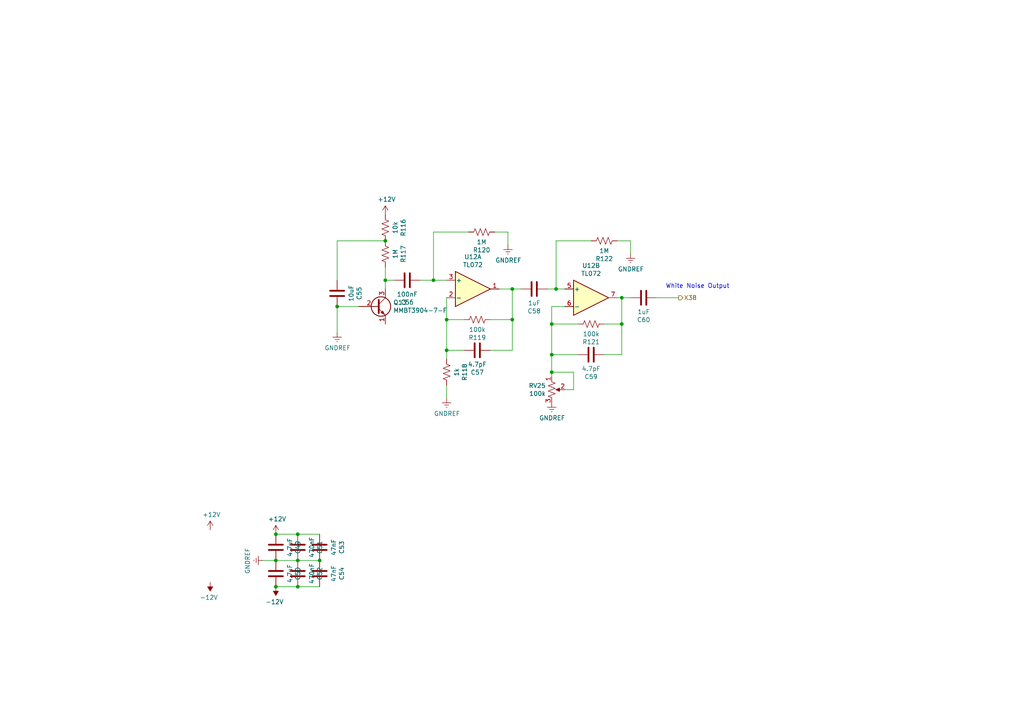
<source format=kicad_sch>
(kicad_sch (version 20230121) (generator eeschema)
  (paper "A4")
  (lib_symbols
    (symbol "Amplifier_Operational:TL072" (pin_names (offset 0.127))
      (property "Reference" "U" (at 0 5.08 0))
      (property "Value" "TL072" (at 0 -5.08 0))
      (symbol "TL072_1_1"
        (polyline (pts (xy -5.08 5.08) (xy 5.08 0) (xy -5.08 -5.08) (xy -5.08 5.08)) (stroke (width 0.254)) (fill (type background)))
        (pin output line (at 7.62 0 180) (length 2.54) (name "~") (number "1"))
        (pin input line (at -7.62 -2.54 0) (length 2.54) (name "-") (number "2"))
        (pin input line (at -7.62 2.54 0) (length 2.54) (name "+") (number "3"))
      )
      (symbol "TL072_2_1"
        (polyline (pts (xy -5.08 5.08) (xy 5.08 0) (xy -5.08 -5.08) (xy -5.08 5.08)) (stroke (width 0.254)) (fill (type background)))
        (pin input line (at -7.62 2.54 0) (length 2.54) (name "+") (number "5"))
        (pin input line (at -7.62 -2.54 0) (length 2.54) (name "-") (number "6"))
        (pin output line (at 7.62 0 180) (length 2.54) (name "~") (number "7"))
      )
      (symbol "TL072_3_1"
        (pin power_in line (at -2.54 -7.62 90) (length 3.81) (name "V-") (number "4"))
        (pin power_in line (at -2.54 7.62 270) (length 3.81) (name "V+") (number "8"))
      )
    )
    (symbol "Device:C" (pin_numbers hide) (pin_names (offset 0.254))
      (property "Reference" "C" (at 0.635 2.54 0))
      (property "Value" "C" (at 0.635 -2.54 0))
      (symbol "C_0_1"
        (polyline (pts (xy -2.032 -0.762) (xy 2.032 -0.762)) (stroke (width 0.508)))
        (polyline (pts (xy -2.032 0.762) (xy 2.032 0.762)) (stroke (width 0.508)))
      )
      (symbol "C_1_1"
        (pin passive line (at 0 3.81 270) (length 2.794) (name "~") (number "1"))
        (pin passive line (at 0 -3.81 90) (length 2.794) (name "~") (number "2"))
      )
    )
    (symbol "Device:R_US" (pin_numbers hide) (pin_names (offset 0))
      (property "Reference" "R" (at 2.54 0 90))
      (property "Value" "R_US" (at -2.54 0 90))
      (symbol "R_US_0_1"
        (polyline (pts (xy 0 -2.286) (xy 0 -2.54)))
        (polyline (pts (xy 0 2.286) (xy 0 2.54)))
        (polyline (pts (xy 0 -0.762) (xy 1.016 -1.143) (xy 0 -1.524) (xy -1.016 -1.905) (xy 0 -2.286)))
        (polyline (pts (xy 0 0.762) (xy 1.016 0.381) (xy 0 0) (xy -1.016 -0.381) (xy 0 -0.762)))
        (polyline (pts (xy 0 2.286) (xy 1.016 1.905) (xy 0 1.524) (xy -1.016 1.143) (xy 0 0.762)))
      )
      (symbol "R_US_1_1"
        (pin passive line (at 0 3.81 270) (length 1.27) (name "~") (number "1"))
        (pin passive line (at 0 -3.81 90) (length 1.27) (name "~") (number "2"))
      )
    )
    (symbol "SynthProj-rescue:R_POT_US-Device" (pin_names (offset 1.016) hide)
      (property "Reference" "RV" (at -4.445 0 90))
      (property "Value" "Device_R_POT_US" (at -2.54 0 90))
      (symbol "R_POT_US-Device_0_1"
        (polyline (pts (xy 0 -2.286) (xy 0 -2.54)))
        (polyline (pts (xy 0 2.54) (xy 0 2.286)))
        (polyline (pts (xy 2.54 0) (xy 1.524 0)))
        (polyline (pts (xy 1.143 0) (xy 2.286 0.508) (xy 2.286 -0.508) (xy 1.143 0)) (fill (type outline)))
        (polyline (pts (xy 0 -0.762) (xy 1.016 -1.143) (xy 0 -1.524) (xy -1.016 -1.905) (xy 0 -2.286)))
        (polyline (pts (xy 0 0.762) (xy 1.016 0.381) (xy 0 0) (xy -1.016 -0.381) (xy 0 -0.762)))
        (polyline (pts (xy 0 2.286) (xy 1.016 1.905) (xy 0 1.524) (xy -1.016 1.143) (xy 0 0.762)))
      )
      (symbol "R_POT_US-Device_1_1"
        (pin passive line (at 0 3.81 270) (length 1.27) (name "1") (number "1"))
        (pin passive line (at 3.81 0 180) (length 1.27) (name "2") (number "2"))
        (pin passive line (at 0 -3.81 90) (length 1.27) (name "3") (number "3"))
      )
    )
    (symbol "Transistor_BJT:2N3904" (pin_names (offset 0) hide)
      (property "Reference" "Q" (at 5.08 1.905 0))
      (property "Value" "2N3904" (at 5.08 0 0))
      (symbol "2N3904_0_1"
        (polyline (pts (xy 0.635 0.635) (xy 2.54 2.54)))
        (polyline (pts (xy 0.635 -0.635) (xy 2.54 -2.54) (xy 2.54 -2.54)))
        (polyline (pts (xy 0.635 1.905) (xy 0.635 -1.905) (xy 0.635 -1.905)) (stroke (width 0.508)))
        (polyline (pts (xy 1.27 -1.778) (xy 1.778 -1.27) (xy 2.286 -2.286) (xy 1.27 -1.778) (xy 1.27 -1.778)) (fill (type outline)))
        (circle (center 1.27 0) (radius 2.8194) (stroke (width 0.254)))
      )
      (symbol "2N3904_1_1"
        (pin passive line (at 2.54 -5.08 90) (length 2.54) (name "E") (number "1"))
        (pin passive line (at -5.08 0 0) (length 5.715) (name "B") (number "2"))
        (pin passive line (at 2.54 5.08 270) (length 2.54) (name "C") (number "3"))
      )
    )
    (symbol "power:+12V" (power) (pin_names (offset 0))
      (property "Value" "+12V" (at 0 3.556 0))
      (symbol "+12V_0_1"
        (polyline (pts (xy -0.762 1.27) (xy 0 2.54)))
        (polyline (pts (xy 0 0) (xy 0 2.54)))
        (polyline (pts (xy 0 2.54) (xy 0.762 1.27)))
      )
      (symbol "+12V_1_1"
        (pin power_in line (at 0 0 90) (length 0) hide (name "+12V") (number "1"))
      )
    )
    (symbol "power:-12V" (power) (pin_names (offset 0))
      (property "Value" "-12V" (at 0 3.81 0))
      (symbol "-12V_0_0"
        (pin power_in line (at 0 0 90) (length 0) hide (name "-12V") (number "1"))
      )
      (symbol "-12V_0_1"
        (polyline (pts (xy 0 0) (xy 0 1.27) (xy 0.762 1.27) (xy 0 2.54) (xy -0.762 1.27) (xy 0 1.27)) (fill (type outline)))
      )
    )
    (symbol "power:GNDREF" (power) (pin_names (offset 0))
      (property "Value" "GNDREF" (at 0 -3.81 0))
      (symbol "GNDREF_0_1"
        (polyline (pts (xy -0.635 -1.905) (xy 0.635 -1.905)))
        (polyline (pts (xy -0.127 -2.54) (xy 0.127 -2.54)))
        (polyline (pts (xy 0 -1.27) (xy 0 0)))
        (polyline (pts (xy 1.27 -1.27) (xy -1.27 -1.27)))
      )
      (symbol "GNDREF_1_1"
        (pin power_in line (at 0 0 270) (length 0) hide (name "GNDREF") (number "1"))
      )
    )
  )
  (junction (at 160.02 93.98))
  (junction (at 97.79 88.9))
  (junction (at 86.36 154.94))
  (junction (at 148.59 92.71))
  (junction (at 161.29 83.82))
  (junction (at 148.59 83.82))
  (junction (at 111.76 81.28))
  (junction (at 111.76 69.85))
  (junction (at 86.36 170.18))
  (junction (at 160.02 107.95))
  (junction (at 80.01 162.56))
  (junction (at 86.36 162.56))
  (junction (at 180.34 86.36))
  (junction (at 80.01 154.94))
  (junction (at 129.54 101.6))
  (junction (at 125.73 81.28))
  (junction (at 180.34 93.98))
  (junction (at 92.71 162.56))
  (junction (at 80.01 170.18))
  (junction (at 160.02 102.87))
  (junction (at 129.54 92.71))
  (wire (pts (xy 148.59 83.82) (xy 144.78 83.82)))
  (wire (pts (xy 114.3 81.28) (xy 111.76 81.28)))
  (wire (pts (xy 129.54 86.36) (xy 129.54 92.71)))
  (wire (pts (xy 175.26 102.87) (xy 180.34 102.87)))
  (wire (pts (xy 182.88 69.85) (xy 179.07 69.85)))
  (wire (pts (xy 175.26 93.98) (xy 180.34 93.98)))
  (wire (pts (xy 86.36 170.18) (xy 92.71 170.18)))
  (wire (pts (xy 125.73 81.28) (xy 121.92 81.28)))
  (wire (pts (xy 182.88 73.66) (xy 182.88 69.85)))
  (wire (pts (xy 134.62 101.6) (xy 129.54 101.6)))
  (wire (pts (xy 86.36 154.94) (xy 92.71 154.94)))
  (wire (pts (xy 129.54 101.6) (xy 129.54 92.71)))
  (wire (pts (xy 161.29 83.82) (xy 163.83 83.82)))
  (wire (pts (xy 163.83 113.03) (xy 166.37 113.03)))
  (wire (pts (xy 180.34 86.36) (xy 179.07 86.36)))
  (wire (pts (xy 142.24 92.71) (xy 148.59 92.71)))
  (wire (pts (xy 97.79 88.9) (xy 104.14 88.9)))
  (wire (pts (xy 142.24 101.6) (xy 148.59 101.6)))
  (wire (pts (xy 147.32 67.31) (xy 143.51 67.31)))
  (wire (pts (xy 180.34 93.98) (xy 180.34 86.36)))
  (wire (pts (xy 160.02 88.9) (xy 163.83 88.9)))
  (wire (pts (xy 125.73 81.28) (xy 125.73 67.31)))
  (wire (pts (xy 111.76 83.82) (xy 111.76 81.28)))
  (wire (pts (xy 182.88 86.36) (xy 180.34 86.36)))
  (wire (pts (xy 97.79 96.52) (xy 97.79 88.9)))
  (wire (pts (xy 160.02 102.87) (xy 160.02 107.95)))
  (wire (pts (xy 97.79 69.85) (xy 111.76 69.85)))
  (wire (pts (xy 80.01 170.18) (xy 86.36 170.18)))
  (wire (pts (xy 129.54 81.28) (xy 125.73 81.28)))
  (wire (pts (xy 160.02 109.22) (xy 160.02 107.95)))
  (wire (pts (xy 160.02 88.9) (xy 160.02 93.98)))
  (wire (pts (xy 161.29 83.82) (xy 161.29 69.85)))
  (wire (pts (xy 180.34 102.87) (xy 180.34 93.98)))
  (wire (pts (xy 111.76 81.28) (xy 111.76 77.47)))
  (wire (pts (xy 167.64 93.98) (xy 160.02 93.98)))
  (wire (pts (xy 125.73 67.31) (xy 135.89 67.31)))
  (wire (pts (xy 167.64 102.87) (xy 160.02 102.87)))
  (wire (pts (xy 129.54 104.14) (xy 129.54 101.6)))
  (wire (pts (xy 97.79 81.28) (xy 97.79 69.85)))
  (wire (pts (xy 148.59 83.82) (xy 151.13 83.82)))
  (wire (pts (xy 129.54 111.76) (xy 129.54 115.57)))
  (wire (pts (xy 76.2 162.56) (xy 80.01 162.56)))
  (wire (pts (xy 80.01 162.56) (xy 86.36 162.56)))
  (wire (pts (xy 86.36 162.56) (xy 92.71 162.56)))
  (wire (pts (xy 148.59 101.6) (xy 148.59 92.71)))
  (wire (pts (xy 161.29 69.85) (xy 171.45 69.85)))
  (wire (pts (xy 160.02 93.98) (xy 160.02 102.87)))
  (wire (pts (xy 190.5 86.36) (xy 196.85 86.36)))
  (wire (pts (xy 166.37 113.03) (xy 166.37 107.95)))
  (wire (pts (xy 158.75 83.82) (xy 161.29 83.82)))
  (wire (pts (xy 129.54 92.71) (xy 134.62 92.71)))
  (wire (pts (xy 80.01 154.94) (xy 86.36 154.94)))
  (wire (pts (xy 148.59 92.71) (xy 148.59 83.82)))
  (wire (pts (xy 166.37 107.95) (xy 160.02 107.95)))
  (wire (pts (xy 147.32 71.12) (xy 147.32 67.31)))
  (text "White Noise Output" (at 193.04 83.82 0) (effects (font (size 1.27 1.27)) (justify left bottom)))
  (hierarchical_label "X38" (shape output) (at 196.85 86.36 0))
  (symbol (lib_id "power:+12V") (at 60.96 153.67 0) (unit 1)
    (property "Reference" "#PWR0152" (effects hide))
    (property "Value" "+12V" (at 61.341 149.2758 0))
    (instances (project "SynthProj" (path "" (reference "#PWR0152") (unit 1)) (path "" (reference "#PWR?") (unit 1))))
  )
  (symbol (lib_id "power:-12V") (at 60.96 168.91 180) (unit 1)
    (property "Reference" "#PWR0153" (effects hide))
    (property "Value" "-12V" (at 60.579 173.3042 0))
    (instances (project "SynthProj" (path "" (reference "#PWR0153") (unit 1)) (path "" (reference "#PWR?") (unit 1))))
  )
  (symbol (lib_id "power:+12V") (at 80.01 154.94 0) (unit 1)
    (property "Reference" "#PWR0155" (effects hide))
    (property "Value" "+12V" (at 80.391 150.5458 0))
    (instances (project "SynthProj" (path "" (reference "#PWR0155") (unit 1)) (path "" (reference "#PWR?") (unit 1))))
  )
  (symbol (lib_id "power:-12V") (at 80.01 170.18 180) (unit 1)
    (property "Reference" "#PWR0156" (effects hide))
    (property "Value" "-12V" (at 79.629 174.5742 0))
    (instances (project "SynthProj" (path "" (reference "#PWR0156") (unit 1)) (path "" (reference "#PWR?") (unit 1))))
  )
  (symbol (lib_id "power:GNDREF") (at 76.2 162.56 270) (unit 1)
    (property "Reference" "#PWR0154" (effects hide))
    (property "Value" "GNDREF" (at 71.8058 162.687 0))
    (instances (project "SynthProj" (path "" (reference "#PWR0154") (unit 1)) (path "" (reference "#PWR?") (unit 1))))
  )
  (symbol (lib_id "Device:C") (at 80.01 158.75 180) (unit 1)
    (property "Reference" "C49" (at 86.4108 158.75 90))
    (property "Value" "4.7uF" (at 84.0994 158.75 90))
    (property "Footprint" "Capacitor_SMD:C_0805_2012Metric" (effects hide))
    (instances (project "SynthProj" (path "" (reference "C49") (unit 1)) (path "" (reference "C?") (unit 1))))
  )
  (symbol (lib_id "Device:C") (at 86.36 158.75 180) (unit 1)
    (property "Reference" "C51" (at 92.7608 158.75 90))
    (property "Value" "470nF" (at 90.4494 158.75 90))
    (property "Footprint" "Capacitor_SMD:C_0805_2012Metric" (effects hide))
    (instances (project "SynthProj" (path "" (reference "C51") (unit 1)) (path "" (reference "C?") (unit 1))))
  )
  (symbol (lib_id "Device:C") (at 92.71 158.75 180) (unit 1)
    (property "Reference" "C53" (at 99.1108 158.75 90))
    (property "Value" "47nF" (at 96.7994 158.75 90))
    (property "Footprint" "Capacitor_SMD:C_0603_1608Metric" (effects hide))
    (instances (project "SynthProj" (path "" (reference "C53") (unit 1)) (path "" (reference "C?") (unit 1))))
  )
  (symbol (lib_id "Device:C") (at 80.01 166.37 180) (unit 1)
    (property "Reference" "C50" (at 86.4108 166.37 90))
    (property "Value" "4.7uF" (at 84.0994 166.37 90))
    (property "Footprint" "Capacitor_SMD:C_0805_2012Metric" (effects hide))
    (instances (project "SynthProj" (path "" (reference "C50") (unit 1)) (path "" (reference "C?") (unit 1))))
  )
  (symbol (lib_id "Device:C") (at 86.36 166.37 180) (unit 1)
    (property "Reference" "C52" (at 92.7608 166.37 90))
    (property "Value" "470nF" (at 90.4494 166.37 90))
    (property "Footprint" "Capacitor_SMD:C_0805_2012Metric" (effects hide))
    (instances (project "SynthProj" (path "" (reference "C52") (unit 1)) (path "" (reference "C?") (unit 1))))
  )
  (symbol (lib_id "Device:C") (at 92.71 166.37 180) (unit 1)
    (property "Reference" "C54" (at 99.1108 166.37 90))
    (property "Value" "47nF" (at 96.7994 166.37 90))
    (property "Footprint" "Capacitor_SMD:C_0603_1608Metric" (effects hide))
    (instances (project "SynthProj" (path "" (reference "C54") (unit 1)) (path "" (reference "C?") (unit 1))))
  )
  (symbol (lib_id "Transistor_BJT:2N3904") (at 109.22 88.9 0) (unit 1)
    (property "Reference" "Q13" (at 114.046 87.7316 0) (effects (justify left)))
    (property "Value" "MMBT3904-7-F" (at 114.046 90.043 0) (effects (justify left)))
    (property "Footprint" "Package_TO_SOT_SMD:SOT-23-3" (effects hide))
    (property "Datasheet" "https://www.onsemi.com/pub/Collateral/2N3903-D.PDF" (effects hide))
  )
  (symbol (lib_id "Amplifier_Operational:TL072") (at 137.16 83.82 0) (unit 1)
    (property "Reference" "U12" (at 137.16 74.4982 0))
    (property "Value" "TL072" (at 137.16 76.8096 0))
    (property "Footprint" "Package_SO:SOP-8_3.9x4.9mm_P1.27mm" (effects hide))
    (property "Datasheet" "http://www.ti.com/lit/ds/symlink/tl071.pdf" (effects hide))
    (instances (project "SynthProj" (path "" (reference "U12") (unit 1)) (path "" (reference "U?") (unit 1))))
  )
  (symbol (lib_id "Amplifier_Operational:TL072") (at 171.45 86.36 0) (unit 2)
    (property "Reference" "U12" (at 171.45 77.0382 0))
    (property "Value" "TL072" (at 171.45 79.3496 0))
    (property "Footprint" "Package_SO:SOP-8_3.9x4.9mm_P1.27mm" (effects hide))
    (property "Datasheet" "http://www.ti.com/lit/ds/symlink/tl071.pdf" (effects hide))
    (instances (project "SynthProj" (path "" (reference "U12") (unit 2)) (path "" (reference "U?") (unit 2))))
  )
  (symbol (lib_id "power:GNDREF") (at 97.79 96.52 0) (unit 1)
    (property "Reference" "#PWR0157" (effects hide))
    (property "Value" "GNDREF" (at 97.917 100.9142 0))
    (instances (project "SynthProj" (path "" (reference "#PWR0157") (unit 1)) (path "" (reference "#PWR?") (unit 1))))
  )
  (symbol (lib_id "Device:R_US") (at 111.76 73.66 180) (unit 1)
    (property "Reference" "R117" (at 116.967 73.66 90))
    (property "Value" "1M" (at 114.6556 73.66 90))
    (property "Footprint" "Resistor_SMD:R_0603_1608Metric" (effects hide))
    (instances (project "SynthProj" (path "" (reference "R117") (unit 1)) (path "" (reference "R?") (unit 1))))
  )
  (symbol (lib_id "Device:C") (at 118.11 81.28 90) (unit 1)
    (property "Reference" "C56" (at 118.11 87.6808 90))
    (property "Value" "100nF" (at 118.11 85.3694 90))
    (property "Footprint" "Capacitor_SMD:C_0603_1608Metric" (effects hide))
    (instances (project "SynthProj" (path "" (reference "C56") (unit 1)) (path "" (reference "C?") (unit 1))))
  )
  (symbol (lib_id "Device:R_US") (at 139.7 67.31 90) (unit 1)
    (property "Reference" "R120" (at 139.7 72.517 90))
    (property "Value" "1M" (at 139.7 70.2056 90))
    (property "Footprint" "Resistor_SMD:R_0603_1608Metric" (effects hide))
    (instances (project "SynthProj" (path "" (reference "R120") (unit 1)) (path "" (reference "R?") (unit 1))))
  )
  (symbol (lib_id "power:GNDREF") (at 147.32 71.12 0) (unit 1)
    (property "Reference" "#PWR0160" (effects hide))
    (property "Value" "GNDREF" (at 147.447 75.5142 0))
    (instances (project "SynthProj" (path "" (reference "#PWR0160") (unit 1)) (path "" (reference "#PWR?") (unit 1))))
  )
  (symbol (lib_id "Device:R_US") (at 138.43 92.71 90) (unit 1)
    (property "Reference" "R119" (at 138.43 97.917 90))
    (property "Value" "100k" (at 138.43 95.6056 90))
    (property "Footprint" "Resistor_SMD:R_0603_1608Metric" (effects hide))
    (instances (project "SynthProj" (path "" (reference "R119") (unit 1)) (path "" (reference "R?") (unit 1))))
  )
  (symbol (lib_id "Device:C") (at 138.43 101.6 90) (unit 1)
    (property "Reference" "C57" (at 138.43 108.0008 90))
    (property "Value" "4.7pF" (at 138.43 105.6894 90))
    (property "Footprint" "Capacitor_SMD:C_0603_1608Metric" (effects hide))
    (instances (project "SynthProj" (path "" (reference "C57") (unit 1)) (path "" (reference "C?") (unit 1))))
  )
  (symbol (lib_id "SynthProj-rescue:R_POT_US-Device") (at 160.02 113.03 0) (unit 1)
    (property "Reference" "RV25" (at 158.3182 111.8616 0) (effects (justify right)))
    (property "Value" "100k" (at 158.3182 114.173 0) (effects (justify right)))
    (property "Footprint" "Potentiometer_SMD:Potentiometer_Bourns_TC33X_Vertical" (effects hide))
    (instances (project "SynthProj" (path "" (reference "RV25") (unit 1)) (path "" (reference "RV?") (unit 1)) (path "" (reference "RV?") (unit 1))))
  )
  (symbol (lib_id "power:GNDREF") (at 160.02 116.84 0) (unit 1)
    (property "Reference" "#PWR0161" (effects hide))
    (property "Value" "GNDREF" (at 160.147 121.2342 0))
    (instances (project "SynthProj" (path "" (reference "#PWR0161") (unit 1)) (path "" (reference "#PWR?") (unit 1))))
  )
  (symbol (lib_id "Device:C") (at 154.94 83.82 90) (unit 1)
    (property "Reference" "C58" (at 154.94 90.2208 90))
    (property "Value" "1uF" (at 154.94 87.9094 90))
    (property "Footprint" "Capacitor_SMD:C_0805_2012Metric" (effects hide))
    (instances (project "SynthProj" (path "" (reference "C58") (unit 1)) (path "" (reference "C?") (unit 1))))
  )
  (symbol (lib_id "Device:C") (at 186.69 86.36 90) (unit 1)
    (property "Reference" "C60" (at 186.69 92.7608 90))
    (property "Value" "1uF" (at 186.69 90.4494 90))
    (property "Footprint" "Capacitor_SMD:C_0805_2012Metric" (effects hide))
    (instances (project "SynthProj" (path "" (reference "C60") (unit 1)) (path "" (reference "C?") (unit 1))))
  )
  (symbol (lib_id "Device:R_US") (at 171.45 93.98 90) (unit 1)
    (property "Reference" "R121" (at 171.45 99.187 90))
    (property "Value" "100k" (at 171.45 96.8756 90))
    (property "Footprint" "Resistor_SMD:R_0603_1608Metric" (effects hide))
    (instances (project "SynthProj" (path "" (reference "R121") (unit 1)) (path "" (reference "R?") (unit 1))))
  )
  (symbol (lib_id "Device:C") (at 171.45 102.87 90) (unit 1)
    (property "Reference" "C59" (at 171.45 109.2708 90))
    (property "Value" "4.7pF" (at 171.45 106.9594 90))
    (property "Footprint" "Capacitor_SMD:C_0603_1608Metric" (effects hide))
    (instances (project "SynthProj" (path "" (reference "C59") (unit 1)) (path "" (reference "C?") (unit 1))))
  )
  (symbol (lib_id "Device:R_US") (at 129.54 107.95 180) (unit 1)
    (property "Reference" "R118" (at 134.747 107.95 90))
    (property "Value" "1k" (at 132.4356 107.95 90))
    (property "Footprint" "Resistor_SMD:R_0603_1608Metric" (effects hide))
    (instances (project "SynthProj" (path "" (reference "R118") (unit 1)) (path "" (reference "R?") (unit 1))))
  )
  (symbol (lib_id "power:GNDREF") (at 129.54 115.57 0) (unit 1)
    (property "Reference" "#PWR0159" (effects hide))
    (property "Value" "GNDREF" (at 129.667 119.9642 0))
    (instances (project "SynthProj" (path "" (reference "#PWR0159") (unit 1)) (path "" (reference "#PWR?") (unit 1))))
  )
  (symbol (lib_id "Device:C") (at 97.79 85.09 180) (unit 1)
    (property "Reference" "C55" (at 104.1908 85.09 90))
    (property "Value" "10uF" (at 101.8794 85.09 90))
    (property "Footprint" "Capacitor_SMD:C_0805_2012Metric" (effects hide))
    (instances (project "SynthProj" (path "" (reference "C55") (unit 1)) (path "" (reference "C?") (unit 1))))
  )
  (symbol (lib_id "Device:R_US") (at 111.76 66.04 180) (unit 1)
    (property "Reference" "R116" (at 116.967 66.04 90))
    (property "Value" "10k" (at 114.6556 66.04 90))
    (property "Footprint" "Resistor_SMD:R_0603_1608Metric" (effects hide))
    (instances (project "SynthProj" (path "" (reference "R116") (unit 1)) (path "" (reference "R?") (unit 1))))
  )
  (symbol (lib_id "power:+12V") (at 111.76 62.23 0) (unit 1)
    (property "Reference" "#PWR0158" (effects hide))
    (property "Value" "+12V" (at 112.141 57.8358 0))
    (instances (project "SynthProj" (path "" (reference "#PWR0158") (unit 1)) (path "" (reference "#PWR?") (unit 1))))
  )
  (symbol (lib_id "Device:R_US") (at 175.26 69.85 90) (unit 1)
    (property "Reference" "R122" (at 175.26 75.057 90))
    (property "Value" "1M" (at 175.26 72.7456 90))
    (property "Footprint" "Resistor_SMD:R_0603_1608Metric" (effects hide))
    (instances (project "SynthProj" (path "" (reference "R122") (unit 1)) (path "" (reference "R?") (unit 1))))
  )
  (symbol (lib_id "power:GNDREF") (at 182.88 73.66 0) (unit 1)
    (property "Reference" "#PWR0162" (effects hide))
    (property "Value" "GNDREF" (at 183.007 78.0542 0))
    (instances (project "SynthProj" (path "" (reference "#PWR0162") (unit 1)) (path "" (reference "#PWR?") (unit 1))))
  )
)
</source>
